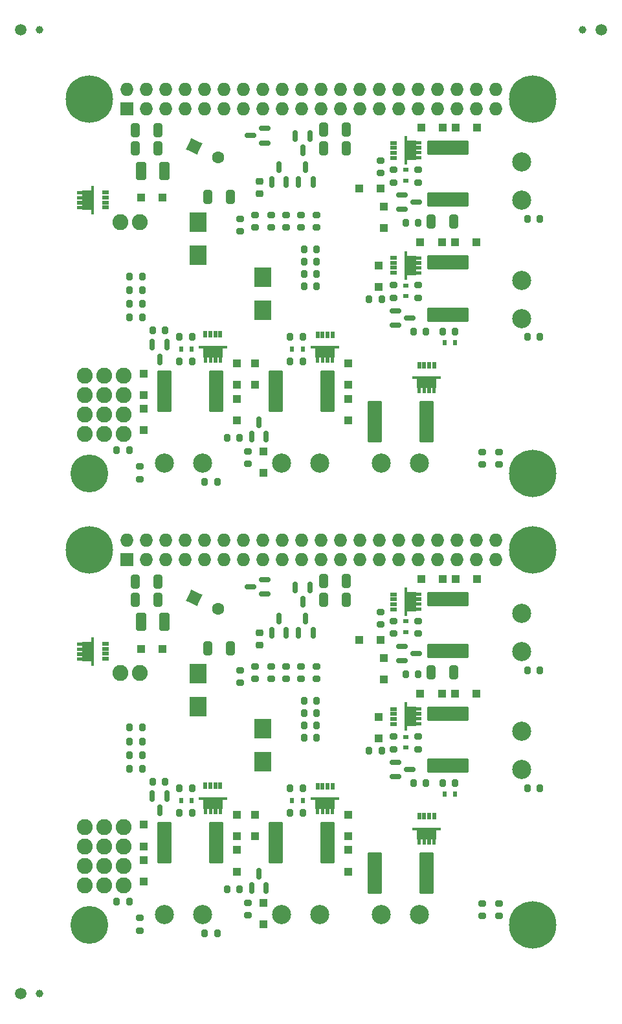
<source format=gbr>
%TF.GenerationSoftware,KiCad,Pcbnew,6.0.11+dfsg-1*%
%TF.CreationDate,2024-04-08T11:49:48+01:00*%
%TF.ProjectId,panel,70616e65-6c2e-46b6-9963-61645f706362,rev?*%
%TF.SameCoordinates,Original*%
%TF.FileFunction,Soldermask,Bot*%
%TF.FilePolarity,Negative*%
%FSLAX46Y46*%
G04 Gerber Fmt 4.6, Leading zero omitted, Abs format (unit mm)*
G04 Created by KiCad (PCBNEW 6.0.11+dfsg-1) date 2024-04-08 11:49:48*
%MOMM*%
%LPD*%
G01*
G04 APERTURE LIST*
G04 Aperture macros list*
%AMRoundRect*
0 Rectangle with rounded corners*
0 $1 Rounding radius*
0 $2 $3 $4 $5 $6 $7 $8 $9 X,Y pos of 4 corners*
0 Add a 4 corners polygon primitive as box body*
4,1,4,$2,$3,$4,$5,$6,$7,$8,$9,$2,$3,0*
0 Add four circle primitives for the rounded corners*
1,1,$1+$1,$2,$3*
1,1,$1+$1,$4,$5*
1,1,$1+$1,$6,$7*
1,1,$1+$1,$8,$9*
0 Add four rect primitives between the rounded corners*
20,1,$1+$1,$2,$3,$4,$5,0*
20,1,$1+$1,$4,$5,$6,$7,0*
20,1,$1+$1,$6,$7,$8,$9,0*
20,1,$1+$1,$8,$9,$2,$3,0*%
%AMRotRect*
0 Rectangle, with rotation*
0 The origin of the aperture is its center*
0 $1 length*
0 $2 width*
0 $3 Rotation angle, in degrees counterclockwise*
0 Add horizontal line*
21,1,$1,$2,0,0,$3*%
%AMFreePoly0*
4,1,5,0.225000,-0.400000,-0.225000,-0.400000,-0.225000,0.400000,0.225000,0.400000,0.225000,-0.400000,0.225000,-0.400000,$1*%
%AMFreePoly1*
4,1,29,0.150000,1.240000,0.200000,1.240000,0.200000,-1.260000,0.150000,-1.260000,0.150000,-1.860000,-0.150000,-1.860000,-0.150000,-1.260000,-1.350000,-1.260000,-1.350000,-1.210000,-2.050000,-1.210000,-2.050000,-0.760000,-1.350000,-0.760000,-1.350000,-0.560000,-2.050000,-0.560000,-2.050000,-0.110000,-1.350000,-0.110000,-1.350000,0.090000,-2.050000,0.090000,-2.050000,0.540000,-1.350000,0.540000,
-1.350000,0.740000,-2.050000,0.740000,-2.050000,1.190000,-1.350000,1.190000,-1.350000,1.240000,-0.150000,1.240000,-0.150000,1.840000,0.150000,1.840000,0.150000,1.240000,0.150000,1.240000,$1*%
G04 Aperture macros list end*
%ADD10C,2.500000*%
%ADD11C,2.082800*%
%ADD12C,1.500000*%
%ADD13C,6.200000*%
%ADD14R,1.727200X1.727200*%
%ADD15O,1.727200X1.727200*%
%ADD16C,4.950000*%
%ADD17RoundRect,0.250000X0.712500X2.475000X-0.712500X2.475000X-0.712500X-2.475000X0.712500X-2.475000X0*%
%ADD18FreePoly0,270.000000*%
%ADD19FreePoly1,180.000000*%
%ADD20R,1.100000X1.100000*%
%ADD21RoundRect,0.200000X0.200000X0.275000X-0.200000X0.275000X-0.200000X-0.275000X0.200000X-0.275000X0*%
%ADD22R,2.300000X2.500000*%
%ADD23RoundRect,0.200000X-0.275000X0.200000X-0.275000X-0.200000X0.275000X-0.200000X0.275000X0.200000X0*%
%ADD24RoundRect,0.150000X0.150000X-0.587500X0.150000X0.587500X-0.150000X0.587500X-0.150000X-0.587500X0*%
%ADD25RoundRect,0.250000X-0.712500X-2.475000X0.712500X-2.475000X0.712500X2.475000X-0.712500X2.475000X0*%
%ADD26RoundRect,0.200000X-0.200000X-0.275000X0.200000X-0.275000X0.200000X0.275000X-0.200000X0.275000X0*%
%ADD27RoundRect,0.250000X-0.325000X-0.650000X0.325000X-0.650000X0.325000X0.650000X-0.325000X0.650000X0*%
%ADD28RoundRect,0.250000X0.325000X0.650000X-0.325000X0.650000X-0.325000X-0.650000X0.325000X-0.650000X0*%
%ADD29RoundRect,0.200000X0.275000X-0.200000X0.275000X0.200000X-0.275000X0.200000X-0.275000X-0.200000X0*%
%ADD30R,0.700000X0.600000*%
%ADD31RoundRect,0.150000X-0.150000X0.587500X-0.150000X-0.587500X0.150000X-0.587500X0.150000X0.587500X0*%
%ADD32FreePoly0,180.000000*%
%ADD33FreePoly1,90.000000*%
%ADD34RotRect,1.600000X1.600000X335.000000*%
%ADD35C,1.600000*%
%ADD36FreePoly0,90.000000*%
%ADD37FreePoly1,0.000000*%
%ADD38C,1.000000*%
%ADD39RoundRect,0.250000X-0.412500X-0.925000X0.412500X-0.925000X0.412500X0.925000X-0.412500X0.925000X0*%
%ADD40RoundRect,0.150000X-0.587500X-0.150000X0.587500X-0.150000X0.587500X0.150000X-0.587500X0.150000X0*%
%ADD41RoundRect,0.250000X-2.475000X0.712500X-2.475000X-0.712500X2.475000X-0.712500X2.475000X0.712500X0*%
%ADD42R,0.600000X0.700000*%
%ADD43RoundRect,0.150000X0.587500X0.150000X-0.587500X0.150000X-0.587500X-0.150000X0.587500X-0.150000X0*%
%ADD44RoundRect,0.225000X-0.250000X0.225000X-0.250000X-0.225000X0.250000X-0.225000X0.250000X0.225000X0*%
G04 APERTURE END LIST*
D10*
%TO.C,J7*%
X176050000Y-60200000D03*
X176050000Y-55200000D03*
%TD*%
D11*
%TO.C,J9*%
X126140000Y-106590000D03*
X123600000Y-106590000D03*
%TD*%
D12*
%TO.C,REF\u002A\u002A*%
X110500000Y-148500046D03*
%TD*%
D10*
%TO.C,J5*%
X144625000Y-79150000D03*
X149625000Y-79150000D03*
%TD*%
D13*
%TO.C,PI2*%
X177500000Y-139500000D03*
%TD*%
%TO.C,PI1*%
X177500000Y-31500000D03*
%TD*%
D14*
%TO.C,J2*%
X124370000Y-32770000D03*
D15*
X124370000Y-30230000D03*
X126910000Y-32770000D03*
X126910000Y-30230000D03*
X129450000Y-32770000D03*
X129450000Y-30230000D03*
X131990000Y-32770000D03*
X131990000Y-30230000D03*
X134530000Y-32770000D03*
X134530000Y-30230000D03*
X137070000Y-32770000D03*
X137070000Y-30230000D03*
X139610000Y-32770000D03*
X139610000Y-30230000D03*
X142150000Y-32770000D03*
X142150000Y-30230000D03*
X144690000Y-32770000D03*
X144690000Y-30230000D03*
X147230000Y-32770000D03*
X147230000Y-30230000D03*
X149770000Y-32770000D03*
X149770000Y-30230000D03*
X152310000Y-32770000D03*
X152310000Y-30230000D03*
X154850000Y-32770000D03*
X154850000Y-30230000D03*
X157390000Y-32770000D03*
X157390000Y-30230000D03*
X159930000Y-32770000D03*
X159930000Y-30230000D03*
X162470000Y-32770000D03*
X162470000Y-30230000D03*
X165010000Y-32770000D03*
X165010000Y-30230000D03*
X167550000Y-32770000D03*
X167550000Y-30230000D03*
X170090000Y-32770000D03*
X170090000Y-30230000D03*
X172630000Y-32770000D03*
X172630000Y-30230000D03*
%TD*%
D14*
%TO.C,J2*%
X124370000Y-91770000D03*
D15*
X124370000Y-89230000D03*
X126910000Y-91770000D03*
X126910000Y-89230000D03*
X129450000Y-91770000D03*
X129450000Y-89230000D03*
X131990000Y-91770000D03*
X131990000Y-89230000D03*
X134530000Y-91770000D03*
X134530000Y-89230000D03*
X137070000Y-91770000D03*
X137070000Y-89230000D03*
X139610000Y-91770000D03*
X139610000Y-89230000D03*
X142150000Y-91770000D03*
X142150000Y-89230000D03*
X144690000Y-91770000D03*
X144690000Y-89230000D03*
X147230000Y-91770000D03*
X147230000Y-89230000D03*
X149770000Y-91770000D03*
X149770000Y-89230000D03*
X152310000Y-91770000D03*
X152310000Y-89230000D03*
X154850000Y-91770000D03*
X154850000Y-89230000D03*
X157390000Y-91770000D03*
X157390000Y-89230000D03*
X159930000Y-91770000D03*
X159930000Y-89230000D03*
X162470000Y-91770000D03*
X162470000Y-89230000D03*
X165010000Y-91770000D03*
X165010000Y-89230000D03*
X167550000Y-91770000D03*
X167550000Y-89230000D03*
X170090000Y-91770000D03*
X170090000Y-89230000D03*
X172630000Y-91770000D03*
X172630000Y-89230000D03*
%TD*%
D16*
%TO.C,PI4*%
X119500000Y-80500000D03*
%TD*%
D13*
%TO.C,PI2*%
X177500000Y-80500000D03*
%TD*%
D10*
%TO.C,J8*%
X176050000Y-44750000D03*
X176050000Y-39750000D03*
%TD*%
D13*
%TO.C,PI3*%
X119500000Y-90500000D03*
%TD*%
D11*
%TO.C,J6*%
X124020000Y-134290000D03*
X121480000Y-134290000D03*
X124020000Y-131750000D03*
X121480000Y-131750000D03*
X124020000Y-129210000D03*
X121480000Y-129210000D03*
X124020000Y-126670000D03*
X121480000Y-126670000D03*
%TD*%
D10*
%TO.C,J4*%
X129300000Y-138150000D03*
X134300000Y-138150000D03*
%TD*%
D11*
%TO.C,J9*%
X126140000Y-47590000D03*
X123600000Y-47590000D03*
%TD*%
D10*
%TO.C,J7*%
X176050000Y-119200000D03*
X176050000Y-114200000D03*
%TD*%
%TO.C,J3*%
X157700000Y-79150000D03*
X162700000Y-79150000D03*
%TD*%
D12*
%TO.C,REF\u002A\u002A*%
X186500000Y-22500000D03*
%TD*%
D10*
%TO.C,J3*%
X157700000Y-138150000D03*
X162700000Y-138150000D03*
%TD*%
D13*
%TO.C,PI3*%
X119500000Y-31500000D03*
%TD*%
D16*
%TO.C,PI4*%
X119500000Y-139500000D03*
%TD*%
D10*
%TO.C,J4*%
X129300000Y-79150000D03*
X134300000Y-79150000D03*
%TD*%
D11*
%TO.C,J6*%
X124020000Y-75290000D03*
X121480000Y-75290000D03*
X124020000Y-72750000D03*
X121480000Y-72750000D03*
X124020000Y-70210000D03*
X121480000Y-70210000D03*
X124020000Y-67670000D03*
X121480000Y-67670000D03*
%TD*%
D10*
%TO.C,J5*%
X144625000Y-138150000D03*
X149625000Y-138150000D03*
%TD*%
%TO.C,J8*%
X176050000Y-103750000D03*
X176050000Y-98750000D03*
%TD*%
D11*
%TO.C,J1*%
X118920000Y-126670000D03*
X118920000Y-129210000D03*
X118920000Y-131750000D03*
X118920000Y-134290000D03*
%TD*%
D13*
%TO.C,PI1*%
X177500000Y-90500000D03*
%TD*%
D11*
%TO.C,J1*%
X118920000Y-67670000D03*
X118920000Y-70210000D03*
X118920000Y-72750000D03*
X118920000Y-75290000D03*
%TD*%
D12*
%TO.C,REF\u002A\u002A*%
X110500000Y-22500000D03*
%TD*%
D17*
%TO.C,F4*%
X150637500Y-128700000D03*
X143862500Y-128700000D03*
%TD*%
D18*
%TO.C,Q3*%
X159250000Y-52275000D03*
D19*
X160900000Y-53260000D03*
D18*
X159250000Y-53575000D03*
X159250000Y-54225000D03*
X159250000Y-52925000D03*
%TD*%
D20*
%TO.C,D24*%
X167400000Y-94300000D03*
X170200000Y-94300000D03*
%TD*%
D21*
%TO.C,R30*%
X126425000Y-117300000D03*
X124775000Y-117300000D03*
%TD*%
D22*
%TO.C,D7*%
X142200000Y-59150000D03*
X142200000Y-54850000D03*
%TD*%
D23*
%TO.C,R34*%
X145200000Y-105687500D03*
X145200000Y-107337500D03*
%TD*%
D20*
%TO.C,D22*%
X162900000Y-35300000D03*
X165700000Y-35300000D03*
%TD*%
D21*
%TO.C,R19*%
X136225000Y-140600000D03*
X134575000Y-140600000D03*
%TD*%
D20*
%TO.C,D25*%
X141200000Y-125100000D03*
X141200000Y-127900000D03*
%TD*%
D21*
%TO.C,R13*%
X147425000Y-121600000D03*
X145775000Y-121600000D03*
%TD*%
D23*
%TO.C,R37*%
X139200000Y-106175000D03*
X139200000Y-107825000D03*
%TD*%
D24*
%TO.C,D33*%
X145250000Y-101337500D03*
X143350000Y-101337500D03*
X144300000Y-99462500D03*
%TD*%
D23*
%TO.C,R33*%
X147200000Y-105687500D03*
X147200000Y-107337500D03*
%TD*%
D21*
%TO.C,R16*%
X178425000Y-47200000D03*
X176775000Y-47200000D03*
%TD*%
D25*
%TO.C,F1*%
X156812500Y-73700000D03*
X163587500Y-73700000D03*
%TD*%
D21*
%TO.C,R10*%
X157725000Y-116700000D03*
X156075000Y-116700000D03*
%TD*%
D26*
%TO.C,R25*%
X147575000Y-113400000D03*
X149225000Y-113400000D03*
%TD*%
D20*
%TO.C,D8*%
X138800000Y-125100000D03*
X138800000Y-127900000D03*
%TD*%
D27*
%TO.C,C14*%
X125525000Y-97000000D03*
X128475000Y-97000000D03*
%TD*%
D20*
%TO.C,D23*%
X153350000Y-70700000D03*
X153350000Y-73500000D03*
%TD*%
D28*
%TO.C,C2*%
X153075000Y-97000000D03*
X150125000Y-97000000D03*
%TD*%
D26*
%TO.C,R8*%
X165700000Y-61900000D03*
X167350000Y-61900000D03*
%TD*%
D20*
%TO.C,D10*%
X138800000Y-129700000D03*
X138800000Y-132500000D03*
%TD*%
%TO.C,D9*%
X162800000Y-50250000D03*
X165600000Y-50250000D03*
%TD*%
D29*
%TO.C,R18*%
X162500000Y-101425000D03*
X162500000Y-99775000D03*
%TD*%
D30*
%TO.C,D18*%
X160900000Y-101200000D03*
X160900000Y-99800000D03*
%TD*%
D29*
%TO.C,R20*%
X157600000Y-41225000D03*
X157600000Y-39575000D03*
%TD*%
D31*
%TO.C,D34*%
X146450000Y-36362500D03*
X148350000Y-36362500D03*
X147400000Y-38237500D03*
%TD*%
D21*
%TO.C,R38*%
X126425000Y-113700000D03*
X124775000Y-113700000D03*
%TD*%
D26*
%TO.C,R17*%
X145775000Y-124800000D03*
X147425000Y-124800000D03*
%TD*%
D32*
%TO.C,Q2*%
X136625000Y-121300000D03*
D33*
X135640000Y-122950000D03*
D32*
X135975000Y-121300000D03*
X135325000Y-121300000D03*
X134675000Y-121300000D03*
%TD*%
D29*
%TO.C,R15*%
X140200000Y-79225000D03*
X140200000Y-77575000D03*
%TD*%
D22*
%TO.C,D7*%
X142200000Y-118150000D03*
X142200000Y-113850000D03*
%TD*%
D28*
%TO.C,C5*%
X137975000Y-44300000D03*
X135025000Y-44300000D03*
%TD*%
D27*
%TO.C,C12*%
X164225000Y-106500000D03*
X167175000Y-106500000D03*
%TD*%
D23*
%TO.C,R36*%
X141200000Y-46687500D03*
X141200000Y-48337500D03*
%TD*%
D34*
%TO.C,C8*%
X133200000Y-37700000D03*
D35*
X136372077Y-39179164D03*
%TD*%
D23*
%TO.C,R3*%
X159300000Y-55875000D03*
X159300000Y-57525000D03*
%TD*%
D26*
%TO.C,R21*%
X137525000Y-134850000D03*
X139175000Y-134850000D03*
%TD*%
D36*
%TO.C,Q10*%
X121600000Y-45700000D03*
D37*
X119950000Y-44715000D03*
D36*
X121600000Y-44400000D03*
X121600000Y-45050000D03*
X121600000Y-43750000D03*
%TD*%
D23*
%TO.C,R14*%
X159300000Y-99775000D03*
X159300000Y-101425000D03*
%TD*%
D20*
%TO.C,D27*%
X142275000Y-77600000D03*
X142275000Y-80400000D03*
%TD*%
%TO.C,D11*%
X167350000Y-50250000D03*
X170150000Y-50250000D03*
%TD*%
D21*
%TO.C,R12*%
X163525000Y-61900000D03*
X161875000Y-61900000D03*
%TD*%
D20*
%TO.C,D27*%
X142275000Y-136600000D03*
X142275000Y-139400000D03*
%TD*%
D24*
%TO.C,D33*%
X145250000Y-42337500D03*
X143350000Y-42337500D03*
X144300000Y-40462500D03*
%TD*%
D21*
%TO.C,R22*%
X162525000Y-47700000D03*
X160875000Y-47700000D03*
%TD*%
D20*
%TO.C,D10*%
X138800000Y-70700000D03*
X138800000Y-73500000D03*
%TD*%
D21*
%TO.C,R19*%
X136225000Y-81600000D03*
X134575000Y-81600000D03*
%TD*%
D20*
%TO.C,D24*%
X167400000Y-35300000D03*
X170200000Y-35300000D03*
%TD*%
D28*
%TO.C,C4*%
X153075000Y-94500000D03*
X150125000Y-94500000D03*
%TD*%
D34*
%TO.C,C8*%
X133200000Y-96700000D03*
D35*
X136372077Y-98179164D03*
%TD*%
D29*
%TO.C,R18*%
X162500000Y-42425000D03*
X162500000Y-40775000D03*
%TD*%
D23*
%TO.C,R32*%
X149200000Y-105675000D03*
X149200000Y-107325000D03*
%TD*%
D38*
%TO.C,REF\u002A\u002A*%
X113000000Y-148500046D03*
%TD*%
D26*
%TO.C,R24*%
X147575000Y-115000000D03*
X149225000Y-115000000D03*
%TD*%
D39*
%TO.C,C13*%
X126262500Y-99900000D03*
X129337500Y-99900000D03*
%TD*%
D31*
%TO.C,D34*%
X146450000Y-95362500D03*
X148350000Y-95362500D03*
X147400000Y-97237500D03*
%TD*%
D23*
%TO.C,R35*%
X143300000Y-46675000D03*
X143300000Y-48325000D03*
%TD*%
D20*
%TO.C,D23*%
X153350000Y-129700000D03*
X153350000Y-132500000D03*
%TD*%
D23*
%TO.C,R35*%
X143300000Y-105675000D03*
X143300000Y-107325000D03*
%TD*%
D20*
%TO.C,D26*%
X154800000Y-102200000D03*
X157600000Y-102200000D03*
%TD*%
D30*
%TO.C,D3*%
X160900000Y-116300000D03*
X160900000Y-114900000D03*
%TD*%
D40*
%TO.C,Q9*%
X160362500Y-45950000D03*
X160362500Y-44050000D03*
X162237500Y-45000000D03*
%TD*%
D29*
%TO.C,R23*%
X173100000Y-138325000D03*
X173100000Y-136675000D03*
%TD*%
D20*
%TO.C,D36*%
X126300000Y-103400000D03*
X129100000Y-103400000D03*
%TD*%
D29*
%TO.C,R7*%
X162500000Y-116525000D03*
X162500000Y-114875000D03*
%TD*%
%TO.C,R1*%
X170900000Y-79325000D03*
X170900000Y-77675000D03*
%TD*%
D21*
%TO.C,R13*%
X147425000Y-62600000D03*
X145775000Y-62600000D03*
%TD*%
D20*
%TO.C,D14*%
X126600000Y-72000000D03*
X126600000Y-74800000D03*
%TD*%
%TO.C,D12*%
X126600000Y-67400000D03*
X126600000Y-70200000D03*
%TD*%
D29*
%TO.C,R4*%
X126100000Y-140225000D03*
X126100000Y-138575000D03*
%TD*%
D41*
%TO.C,F5*%
X166400000Y-37912500D03*
X166400000Y-44687500D03*
%TD*%
D21*
%TO.C,R2*%
X132925000Y-62600000D03*
X131275000Y-62600000D03*
%TD*%
D23*
%TO.C,R32*%
X149200000Y-46675000D03*
X149200000Y-48325000D03*
%TD*%
D21*
%TO.C,R31*%
X126425000Y-119100000D03*
X124775000Y-119100000D03*
%TD*%
D41*
%TO.C,F3*%
X166400000Y-52912500D03*
X166400000Y-59687500D03*
%TD*%
D18*
%TO.C,Q7*%
X159250000Y-37275000D03*
D19*
X160900000Y-38260000D03*
D18*
X159250000Y-39225000D03*
X159250000Y-38575000D03*
X159250000Y-37925000D03*
%TD*%
D20*
%TO.C,D21*%
X153350000Y-66100000D03*
X153350000Y-68900000D03*
%TD*%
D21*
%TO.C,R5*%
X178425000Y-62600000D03*
X176775000Y-62600000D03*
%TD*%
D26*
%TO.C,R6*%
X131275000Y-65800000D03*
X132925000Y-65800000D03*
%TD*%
D29*
%TO.C,R4*%
X126100000Y-81225000D03*
X126100000Y-79575000D03*
%TD*%
D26*
%TO.C,R26*%
X147575000Y-111800000D03*
X149225000Y-111800000D03*
%TD*%
D23*
%TO.C,R36*%
X141200000Y-105687500D03*
X141200000Y-107337500D03*
%TD*%
D20*
%TO.C,D26*%
X154800000Y-43200000D03*
X157600000Y-43200000D03*
%TD*%
D27*
%TO.C,C10*%
X125525000Y-94600000D03*
X128475000Y-94600000D03*
%TD*%
D21*
%TO.C,R29*%
X126425000Y-115500000D03*
X124775000Y-115500000D03*
%TD*%
%TO.C,R29*%
X126425000Y-56500000D03*
X124775000Y-56500000D03*
%TD*%
%TO.C,R2*%
X132925000Y-121600000D03*
X131275000Y-121600000D03*
%TD*%
D42*
%TO.C,D17*%
X146000000Y-123200000D03*
X147400000Y-123200000D03*
%TD*%
D31*
%TO.C,Q4*%
X127750000Y-122662500D03*
X129650000Y-122662500D03*
X128700000Y-124537500D03*
%TD*%
D26*
%TO.C,R6*%
X131275000Y-124800000D03*
X132925000Y-124800000D03*
%TD*%
D29*
%TO.C,R15*%
X140200000Y-138225000D03*
X140200000Y-136575000D03*
%TD*%
D42*
%TO.C,D17*%
X146000000Y-64200000D03*
X147400000Y-64200000D03*
%TD*%
D23*
%TO.C,R34*%
X145200000Y-46687500D03*
X145200000Y-48337500D03*
%TD*%
D41*
%TO.C,F5*%
X166400000Y-96912500D03*
X166400000Y-103687500D03*
%TD*%
D42*
%TO.C,D2*%
X131500000Y-123200000D03*
X132900000Y-123200000D03*
%TD*%
D28*
%TO.C,C4*%
X153075000Y-35500000D03*
X150125000Y-35500000D03*
%TD*%
D22*
%TO.C,D16*%
X133700000Y-47650000D03*
X133700000Y-51950000D03*
%TD*%
D27*
%TO.C,C10*%
X125525000Y-35600000D03*
X128475000Y-35600000D03*
%TD*%
D30*
%TO.C,D18*%
X160900000Y-42200000D03*
X160900000Y-40800000D03*
%TD*%
D43*
%TO.C,D35*%
X142437500Y-94350000D03*
X142437500Y-96250000D03*
X140562500Y-95300000D03*
%TD*%
D42*
%TO.C,D2*%
X131500000Y-64200000D03*
X132900000Y-64200000D03*
%TD*%
D26*
%TO.C,R25*%
X147575000Y-54400000D03*
X149225000Y-54400000D03*
%TD*%
D20*
%TO.C,D13*%
X157300000Y-53300000D03*
X157300000Y-56100000D03*
%TD*%
D30*
%TO.C,D3*%
X160900000Y-57300000D03*
X160900000Y-55900000D03*
%TD*%
D21*
%TO.C,R38*%
X126425000Y-54700000D03*
X124775000Y-54700000D03*
%TD*%
D26*
%TO.C,R27*%
X147575000Y-110200000D03*
X149225000Y-110200000D03*
%TD*%
D24*
%TO.C,D32*%
X148750000Y-101337500D03*
X146850000Y-101337500D03*
X147800000Y-99462500D03*
%TD*%
D29*
%TO.C,R1*%
X170900000Y-138325000D03*
X170900000Y-136675000D03*
%TD*%
D21*
%TO.C,R11*%
X129425000Y-61800000D03*
X127775000Y-61800000D03*
%TD*%
D20*
%TO.C,D25*%
X141200000Y-66100000D03*
X141200000Y-68900000D03*
%TD*%
D23*
%TO.C,R3*%
X159300000Y-114875000D03*
X159300000Y-116525000D03*
%TD*%
D32*
%TO.C,Q6*%
X151300000Y-121350000D03*
D33*
X150315000Y-123000000D03*
D32*
X150650000Y-121350000D03*
X149350000Y-121350000D03*
X150000000Y-121350000D03*
%TD*%
%TO.C,Q1*%
X164600000Y-66292500D03*
D33*
X163615000Y-67942500D03*
D32*
X163950000Y-66292500D03*
X162650000Y-66292500D03*
X163300000Y-66292500D03*
%TD*%
D39*
%TO.C,C13*%
X126262500Y-40900000D03*
X129337500Y-40900000D03*
%TD*%
D24*
%TO.C,Q8*%
X142650000Y-134637500D03*
X140750000Y-134637500D03*
X141700000Y-132762500D03*
%TD*%
D26*
%TO.C,R17*%
X145775000Y-65800000D03*
X147425000Y-65800000D03*
%TD*%
D21*
%TO.C,R16*%
X178425000Y-106200000D03*
X176775000Y-106200000D03*
%TD*%
D38*
%TO.C,REF\u002A\u002A*%
X184000000Y-22500000D03*
%TD*%
D18*
%TO.C,Q3*%
X159250000Y-111275000D03*
D19*
X160900000Y-112260000D03*
D18*
X159250000Y-111925000D03*
X159250000Y-112575000D03*
X159250000Y-113225000D03*
%TD*%
D17*
%TO.C,F2*%
X136087500Y-128700000D03*
X129312500Y-128700000D03*
%TD*%
D40*
%TO.C,Q5*%
X159512500Y-120100000D03*
X159512500Y-118200000D03*
X161387500Y-119150000D03*
%TD*%
D24*
%TO.C,Q8*%
X142650000Y-75637500D03*
X140750000Y-75637500D03*
X141700000Y-73762500D03*
%TD*%
D29*
%TO.C,R23*%
X173100000Y-79325000D03*
X173100000Y-77675000D03*
%TD*%
D26*
%TO.C,R24*%
X147575000Y-56000000D03*
X149225000Y-56000000D03*
%TD*%
D28*
%TO.C,C2*%
X153075000Y-38000000D03*
X150125000Y-38000000D03*
%TD*%
D26*
%TO.C,R8*%
X165700000Y-120900000D03*
X167350000Y-120900000D03*
%TD*%
D20*
%TO.C,D28*%
X158000000Y-45600000D03*
X158000000Y-48400000D03*
%TD*%
D29*
%TO.C,R20*%
X157600000Y-100225000D03*
X157600000Y-98575000D03*
%TD*%
D23*
%TO.C,R37*%
X139200000Y-47175000D03*
X139200000Y-48825000D03*
%TD*%
D20*
%TO.C,D21*%
X153350000Y-125100000D03*
X153350000Y-127900000D03*
%TD*%
D17*
%TO.C,F4*%
X150637500Y-69700000D03*
X143862500Y-69700000D03*
%TD*%
D44*
%TO.C,C7*%
X141800000Y-42325000D03*
X141800000Y-43875000D03*
%TD*%
D41*
%TO.C,F3*%
X166400000Y-111912500D03*
X166400000Y-118687500D03*
%TD*%
D38*
%TO.C,REF\u002A\u002A*%
X113000000Y-22500000D03*
%TD*%
D21*
%TO.C,R12*%
X163525000Y-120900000D03*
X161875000Y-120900000D03*
%TD*%
D20*
%TO.C,D14*%
X126600000Y-131000000D03*
X126600000Y-133800000D03*
%TD*%
D26*
%TO.C,R27*%
X147575000Y-51200000D03*
X149225000Y-51200000D03*
%TD*%
D20*
%TO.C,D22*%
X162900000Y-94300000D03*
X165700000Y-94300000D03*
%TD*%
D21*
%TO.C,R5*%
X178425000Y-121600000D03*
X176775000Y-121600000D03*
%TD*%
D22*
%TO.C,D16*%
X133700000Y-106650000D03*
X133700000Y-110950000D03*
%TD*%
D28*
%TO.C,C5*%
X137975000Y-103300000D03*
X135025000Y-103300000D03*
%TD*%
D17*
%TO.C,F2*%
X136087500Y-69700000D03*
X129312500Y-69700000D03*
%TD*%
D44*
%TO.C,C7*%
X141800000Y-101325000D03*
X141800000Y-102875000D03*
%TD*%
D40*
%TO.C,Q9*%
X160362500Y-104950000D03*
X160362500Y-103050000D03*
X162237500Y-104000000D03*
%TD*%
D21*
%TO.C,R9*%
X124725000Y-77400000D03*
X123075000Y-77400000D03*
%TD*%
D27*
%TO.C,C12*%
X164225000Y-47500000D03*
X167175000Y-47500000D03*
%TD*%
D21*
%TO.C,R30*%
X126425000Y-58300000D03*
X124775000Y-58300000D03*
%TD*%
D26*
%TO.C,R21*%
X137525000Y-75850000D03*
X139175000Y-75850000D03*
%TD*%
D23*
%TO.C,R33*%
X147200000Y-46687500D03*
X147200000Y-48337500D03*
%TD*%
D42*
%TO.C,D6*%
X165950000Y-122400000D03*
X167350000Y-122400000D03*
%TD*%
D21*
%TO.C,R22*%
X162525000Y-106700000D03*
X160875000Y-106700000D03*
%TD*%
D20*
%TO.C,D11*%
X167350000Y-109250000D03*
X170150000Y-109250000D03*
%TD*%
D24*
%TO.C,D32*%
X148750000Y-42337500D03*
X146850000Y-42337500D03*
X147800000Y-40462500D03*
%TD*%
D32*
%TO.C,Q6*%
X151300000Y-62350000D03*
D33*
X150315000Y-64000000D03*
D32*
X150000000Y-62350000D03*
X149350000Y-62350000D03*
X150650000Y-62350000D03*
%TD*%
D21*
%TO.C,R11*%
X129425000Y-120800000D03*
X127775000Y-120800000D03*
%TD*%
D27*
%TO.C,C14*%
X125525000Y-38000000D03*
X128475000Y-38000000D03*
%TD*%
D43*
%TO.C,D35*%
X142437500Y-35350000D03*
X142437500Y-37250000D03*
X140562500Y-36300000D03*
%TD*%
D25*
%TO.C,F1*%
X156812500Y-132700000D03*
X163587500Y-132700000D03*
%TD*%
D18*
%TO.C,Q7*%
X159250000Y-96275000D03*
D19*
X160900000Y-97260000D03*
D18*
X159250000Y-98225000D03*
X159250000Y-97575000D03*
X159250000Y-96925000D03*
%TD*%
D21*
%TO.C,R9*%
X124725000Y-136400000D03*
X123075000Y-136400000D03*
%TD*%
D32*
%TO.C,Q2*%
X136625000Y-62300000D03*
D33*
X135640000Y-63950000D03*
D32*
X134675000Y-62300000D03*
X135975000Y-62300000D03*
X135325000Y-62300000D03*
%TD*%
D20*
%TO.C,D36*%
X126300000Y-44400000D03*
X129100000Y-44400000D03*
%TD*%
D23*
%TO.C,R14*%
X159300000Y-40775000D03*
X159300000Y-42425000D03*
%TD*%
D40*
%TO.C,Q5*%
X159512500Y-61100000D03*
X159512500Y-59200000D03*
X161387500Y-60150000D03*
%TD*%
D20*
%TO.C,D13*%
X157300000Y-112300000D03*
X157300000Y-115100000D03*
%TD*%
D31*
%TO.C,Q4*%
X127750000Y-63662500D03*
X129650000Y-63662500D03*
X128700000Y-65537500D03*
%TD*%
D20*
%TO.C,D8*%
X138800000Y-66100000D03*
X138800000Y-68900000D03*
%TD*%
D21*
%TO.C,R31*%
X126425000Y-60100000D03*
X124775000Y-60100000D03*
%TD*%
D20*
%TO.C,D12*%
X126600000Y-126400000D03*
X126600000Y-129200000D03*
%TD*%
%TO.C,D9*%
X162800000Y-109250000D03*
X165600000Y-109250000D03*
%TD*%
D26*
%TO.C,R26*%
X147575000Y-52800000D03*
X149225000Y-52800000D03*
%TD*%
D32*
%TO.C,Q1*%
X164600000Y-125292500D03*
D33*
X163615000Y-126942500D03*
D32*
X162650000Y-125292500D03*
X163300000Y-125292500D03*
X163950000Y-125292500D03*
%TD*%
D21*
%TO.C,R10*%
X157725000Y-57700000D03*
X156075000Y-57700000D03*
%TD*%
D42*
%TO.C,D6*%
X165950000Y-63400000D03*
X167350000Y-63400000D03*
%TD*%
D36*
%TO.C,Q10*%
X121600000Y-104700000D03*
D37*
X119950000Y-103715000D03*
D36*
X121600000Y-104050000D03*
X121600000Y-102750000D03*
X121600000Y-103400000D03*
%TD*%
D29*
%TO.C,R7*%
X162500000Y-57525000D03*
X162500000Y-55875000D03*
%TD*%
D20*
%TO.C,D28*%
X158000000Y-104600000D03*
X158000000Y-107400000D03*
%TD*%
M02*

</source>
